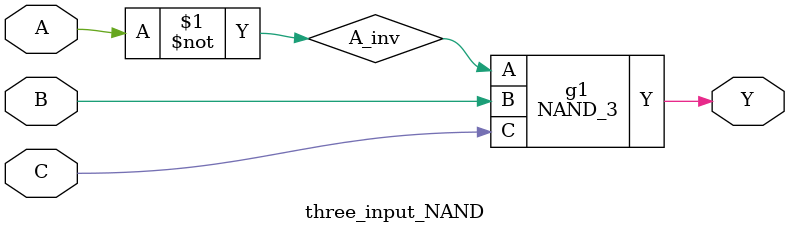
<source format=v>
module NAND_3 (
    input wire A, B, C,  
    output wire Y);
	 
assign Y = ~(A & B & C);

endmodule


module three_input_NAND (
    input wire A, B, C,  
    output wire Y);

wire A_inv;

assign A_inv = ~A;


NAND_3 g1 (
    .A(A_inv),
	 .B(B),
	 .C(C), 
	 .Y(Y)
	       );

endmodule

</source>
